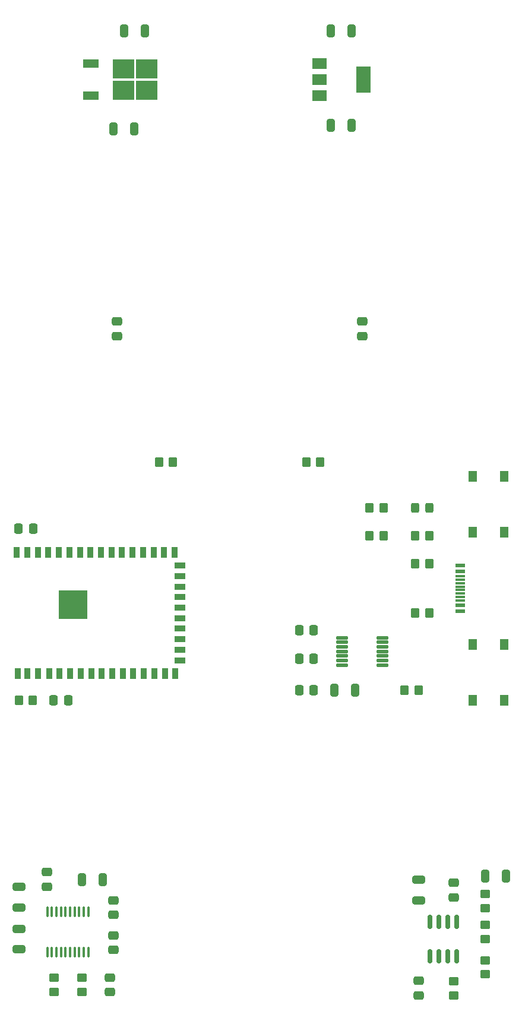
<source format=gbr>
%TF.GenerationSoftware,KiCad,Pcbnew,(6.0.0)*%
%TF.CreationDate,2022-11-04T15:31:47+01:00*%
%TF.ProjectId,Supersonic Quantumbox,53757065-7273-46f6-9e69-63205175616e,rev?*%
%TF.SameCoordinates,Original*%
%TF.FileFunction,Paste,Bot*%
%TF.FilePolarity,Positive*%
%FSLAX46Y46*%
G04 Gerber Fmt 4.6, Leading zero omitted, Abs format (unit mm)*
G04 Created by KiCad (PCBNEW (6.0.0)) date 2022-11-04 15:31:47*
%MOMM*%
%LPD*%
G01*
G04 APERTURE LIST*
G04 Aperture macros list*
%AMRoundRect*
0 Rectangle with rounded corners*
0 $1 Rounding radius*
0 $2 $3 $4 $5 $6 $7 $8 $9 X,Y pos of 4 corners*
0 Add a 4 corners polygon primitive as box body*
4,1,4,$2,$3,$4,$5,$6,$7,$8,$9,$2,$3,0*
0 Add four circle primitives for the rounded corners*
1,1,$1+$1,$2,$3*
1,1,$1+$1,$4,$5*
1,1,$1+$1,$6,$7*
1,1,$1+$1,$8,$9*
0 Add four rect primitives between the rounded corners*
20,1,$1+$1,$2,$3,$4,$5,0*
20,1,$1+$1,$4,$5,$6,$7,0*
20,1,$1+$1,$6,$7,$8,$9,0*
20,1,$1+$1,$8,$9,$2,$3,0*%
G04 Aperture macros list end*
%ADD10RoundRect,0.250000X-0.450000X0.350000X-0.450000X-0.350000X0.450000X-0.350000X0.450000X0.350000X0*%
%ADD11RoundRect,0.250000X0.450000X-0.350000X0.450000X0.350000X-0.450000X0.350000X-0.450000X-0.350000X0*%
%ADD12RoundRect,0.250000X0.350000X0.450000X-0.350000X0.450000X-0.350000X-0.450000X0.350000X-0.450000X0*%
%ADD13RoundRect,0.100000X0.100000X-0.637500X0.100000X0.637500X-0.100000X0.637500X-0.100000X-0.637500X0*%
%ADD14RoundRect,0.250000X0.337500X0.475000X-0.337500X0.475000X-0.337500X-0.475000X0.337500X-0.475000X0*%
%ADD15RoundRect,0.250000X0.475000X-0.337500X0.475000X0.337500X-0.475000X0.337500X-0.475000X-0.337500X0*%
%ADD16R,2.000000X1.500000*%
%ADD17R,2.000000X3.800000*%
%ADD18RoundRect,0.020500X-0.764500X-0.184500X0.764500X-0.184500X0.764500X0.184500X-0.764500X0.184500X0*%
%ADD19R,1.300000X1.550000*%
%ADD20RoundRect,0.250000X-0.650000X0.325000X-0.650000X-0.325000X0.650000X-0.325000X0.650000X0.325000X0*%
%ADD21RoundRect,0.250000X-0.337500X-0.475000X0.337500X-0.475000X0.337500X0.475000X-0.337500X0.475000X0*%
%ADD22RoundRect,0.250000X-0.325000X-0.650000X0.325000X-0.650000X0.325000X0.650000X-0.325000X0.650000X0*%
%ADD23RoundRect,0.250000X-0.350000X-0.450000X0.350000X-0.450000X0.350000X0.450000X-0.350000X0.450000X0*%
%ADD24R,3.050000X2.750000*%
%ADD25R,2.200000X1.200000*%
%ADD26RoundRect,0.250000X-0.325000X-0.450000X0.325000X-0.450000X0.325000X0.450000X-0.325000X0.450000X0*%
%ADD27RoundRect,0.250000X0.325000X0.650000X-0.325000X0.650000X-0.325000X-0.650000X0.325000X-0.650000X0*%
%ADD28R,1.450000X0.600000*%
%ADD29R,1.450000X0.300000*%
%ADD30RoundRect,0.250000X-0.475000X0.337500X-0.475000X-0.337500X0.475000X-0.337500X0.475000X0.337500X0*%
%ADD31R,0.900000X1.500000*%
%ADD32R,1.500000X0.900000*%
%ADD33R,4.100000X4.100000*%
%ADD34RoundRect,0.250000X0.650000X-0.325000X0.650000X0.325000X-0.650000X0.325000X-0.650000X-0.325000X0*%
%ADD35RoundRect,0.150000X0.150000X-0.825000X0.150000X0.825000X-0.150000X0.825000X-0.150000X-0.825000X0*%
G04 APERTURE END LIST*
D10*
%TO.C,R2*%
X163938428Y-161000000D03*
X163938428Y-163000000D03*
%TD*%
D11*
%TO.C,R4*%
X163938428Y-158000000D03*
X163938428Y-156000000D03*
%TD*%
D12*
%TO.C,R12*%
X155938428Y-111500000D03*
X153938428Y-111500000D03*
%TD*%
D13*
%TO.C,U7*%
X107363428Y-159862500D03*
X106713428Y-159862500D03*
X106063428Y-159862500D03*
X105413428Y-159862500D03*
X104763428Y-159862500D03*
X104113428Y-159862500D03*
X103463428Y-159862500D03*
X102813428Y-159862500D03*
X102163428Y-159862500D03*
X101513428Y-159862500D03*
X101513428Y-154137500D03*
X102163428Y-154137500D03*
X102813428Y-154137500D03*
X103463428Y-154137500D03*
X104113428Y-154137500D03*
X104763428Y-154137500D03*
X105413428Y-154137500D03*
X106063428Y-154137500D03*
X106713428Y-154137500D03*
X107363428Y-154137500D03*
%TD*%
D10*
%TO.C,R10*%
X102438428Y-163500000D03*
X102438428Y-165500000D03*
%TD*%
D14*
%TO.C,C13*%
X99475928Y-99500000D03*
X97400928Y-99500000D03*
%TD*%
D15*
%TO.C,C11*%
X101438428Y-150537500D03*
X101438428Y-148462500D03*
%TD*%
D16*
%TO.C,U6*%
X140288428Y-37800000D03*
X140288428Y-35500000D03*
D17*
X146588428Y-35500000D03*
D16*
X140288428Y-33200000D03*
%TD*%
D15*
%TO.C,C14*%
X110938428Y-159537500D03*
X110938428Y-157462500D03*
%TD*%
D18*
%TO.C,U3*%
X143568428Y-118950000D03*
X143568428Y-118300000D03*
X143568428Y-117650000D03*
X143568428Y-117000000D03*
X143568428Y-116350000D03*
X143568428Y-115700000D03*
X143568428Y-115050000D03*
X149308428Y-115050000D03*
X149308428Y-115700000D03*
X149308428Y-116350000D03*
X149308428Y-117000000D03*
X149308428Y-117650000D03*
X149308428Y-118300000D03*
X149308428Y-118950000D03*
%TD*%
D19*
%TO.C,SW2*%
X166688428Y-123975000D03*
X166688428Y-116025000D03*
X162188428Y-116025000D03*
X162188428Y-123975000D03*
%TD*%
D20*
%TO.C,C15*%
X97438428Y-150525000D03*
X97438428Y-153475000D03*
%TD*%
D21*
%TO.C,C6*%
X137400928Y-122500000D03*
X139475928Y-122500000D03*
%TD*%
D22*
%TO.C,C7*%
X112463428Y-28500000D03*
X115413428Y-28500000D03*
%TD*%
D10*
%TO.C,R9*%
X106438428Y-163500000D03*
X106438428Y-165500000D03*
%TD*%
D22*
%TO.C,C8*%
X110963428Y-42500000D03*
X113913428Y-42500000D03*
%TD*%
%TO.C,C10*%
X141938428Y-42000000D03*
X144888428Y-42000000D03*
%TD*%
D23*
%TO.C,R14*%
X117438428Y-90000000D03*
X119438428Y-90000000D03*
%TD*%
D24*
%TO.C,U4*%
X112363428Y-37025000D03*
X115713428Y-33975000D03*
X115713428Y-37025000D03*
X112363428Y-33975000D03*
D25*
X107738428Y-37780000D03*
X107738428Y-33220000D03*
%TD*%
D20*
%TO.C,C16*%
X97438428Y-156525000D03*
X97438428Y-159475000D03*
%TD*%
D22*
%TO.C,C9*%
X141963428Y-28500000D03*
X144913428Y-28500000D03*
%TD*%
%TO.C,C18*%
X106463428Y-149500000D03*
X109413428Y-149500000D03*
%TD*%
D26*
%TO.C,D5*%
X153913428Y-96500000D03*
X155963428Y-96500000D03*
%TD*%
D23*
%TO.C,R13*%
X138438428Y-90000000D03*
X140438428Y-90000000D03*
%TD*%
D15*
%TO.C,C23*%
X146438428Y-72037500D03*
X146438428Y-69962500D03*
%TD*%
D14*
%TO.C,C5*%
X139475928Y-114000000D03*
X137400928Y-114000000D03*
%TD*%
D11*
%TO.C,R1*%
X159438428Y-166000000D03*
X159438428Y-164000000D03*
%TD*%
D12*
%TO.C,R11*%
X155938428Y-104500000D03*
X153938428Y-104500000D03*
%TD*%
D15*
%TO.C,C22*%
X111438428Y-72037500D03*
X111438428Y-69962500D03*
%TD*%
%TO.C,C1*%
X154438428Y-166037500D03*
X154438428Y-163962500D03*
%TD*%
D19*
%TO.C,SW1*%
X166688428Y-99975000D03*
X166688428Y-92025000D03*
X162188428Y-99975000D03*
X162188428Y-92025000D03*
%TD*%
D27*
%TO.C,C21*%
X145413428Y-122500000D03*
X142463428Y-122500000D03*
%TD*%
D15*
%TO.C,C17*%
X110938428Y-154537500D03*
X110938428Y-152462500D03*
%TD*%
D23*
%TO.C,R8*%
X97438428Y-124000000D03*
X99438428Y-124000000D03*
%TD*%
D28*
%TO.C,J1*%
X160393428Y-104750000D03*
X160393428Y-105550000D03*
D29*
X160393428Y-106750000D03*
X160393428Y-107750000D03*
X160393428Y-108250000D03*
X160393428Y-109250000D03*
D28*
X160393428Y-110450000D03*
X160393428Y-111250000D03*
X160393428Y-111250000D03*
X160393428Y-110450000D03*
D29*
X160393428Y-109750000D03*
X160393428Y-108750000D03*
X160393428Y-107250000D03*
X160393428Y-106250000D03*
D28*
X160393428Y-105550000D03*
X160393428Y-104750000D03*
%TD*%
D23*
%TO.C,R5*%
X147438428Y-100500000D03*
X149438428Y-100500000D03*
%TD*%
D14*
%TO.C,C4*%
X139475928Y-118000000D03*
X137400928Y-118000000D03*
%TD*%
D23*
%TO.C,R7*%
X147438428Y-96500000D03*
X149438428Y-96500000D03*
%TD*%
D10*
%TO.C,R3*%
X163952726Y-151586052D03*
X163952726Y-153586052D03*
%TD*%
D23*
%TO.C,R15*%
X153938428Y-100500000D03*
X155938428Y-100500000D03*
%TD*%
D12*
%TO.C,R6*%
X154438428Y-122500000D03*
X152438428Y-122500000D03*
%TD*%
D30*
%TO.C,C19*%
X110438428Y-163462500D03*
X110438428Y-165537500D03*
%TD*%
D31*
%TO.C,U5*%
X97163428Y-102875000D03*
X98663428Y-102875000D03*
X100163428Y-102875000D03*
X101663428Y-102875000D03*
X103163428Y-102875000D03*
X104663428Y-102875000D03*
X106163428Y-102875000D03*
X107663428Y-102875000D03*
X109163428Y-102875000D03*
X110663428Y-102875000D03*
X112163428Y-102875000D03*
X113663428Y-102875000D03*
X115163428Y-102875000D03*
X116663428Y-102875000D03*
X118163428Y-102875000D03*
X119663428Y-102875000D03*
D32*
X120413428Y-104750000D03*
X120413428Y-106250000D03*
X120413428Y-107750000D03*
X120413428Y-109250000D03*
X120413428Y-110750000D03*
X120413428Y-112250000D03*
X120413428Y-113750000D03*
X120413428Y-115250000D03*
X120413428Y-116750000D03*
X120413428Y-118250000D03*
D31*
X119763428Y-120125000D03*
X118263428Y-120125000D03*
X116763428Y-120125000D03*
X115263428Y-120125000D03*
X113763428Y-120125000D03*
X112263428Y-120125000D03*
X110763428Y-120125000D03*
X109263428Y-120125000D03*
X107763428Y-120125000D03*
X106263428Y-120125000D03*
X104763428Y-120125000D03*
X103263428Y-120125000D03*
X101763428Y-120125000D03*
X100163428Y-120125000D03*
X98663428Y-120125000D03*
X97263428Y-120125000D03*
D33*
X105203428Y-110310000D03*
%TD*%
D27*
%TO.C,C2*%
X166869157Y-148987206D03*
X163919157Y-148987206D03*
%TD*%
D34*
%TO.C,C3*%
X154438428Y-152475000D03*
X154438428Y-149525000D03*
%TD*%
D35*
%TO.C,U2*%
X159843428Y-160475000D03*
X158573428Y-160475000D03*
X157303428Y-160475000D03*
X156033428Y-160475000D03*
X156033428Y-155525000D03*
X157303428Y-155525000D03*
X158573428Y-155525000D03*
X159843428Y-155525000D03*
%TD*%
D15*
%TO.C,C20*%
X159438428Y-152037500D03*
X159438428Y-149962500D03*
%TD*%
D14*
%TO.C,C12*%
X104475928Y-124000000D03*
X102400928Y-124000000D03*
%TD*%
M02*

</source>
